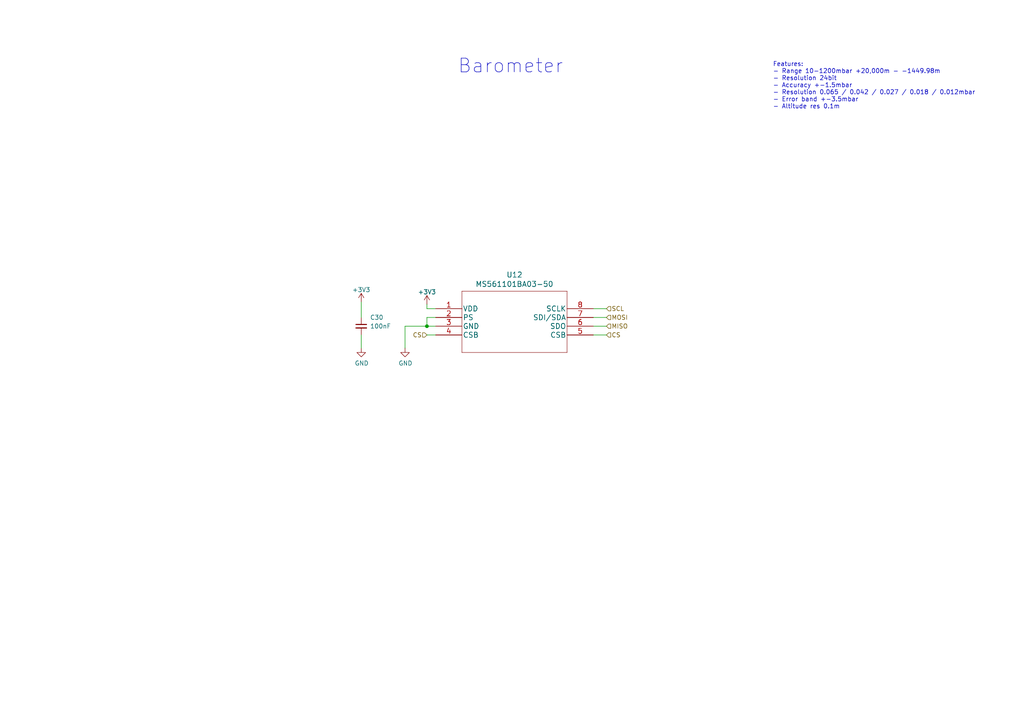
<source format=kicad_sch>
(kicad_sch (version 20211123) (generator eeschema)
  (paper "A4")
  (lib_symbols
    (symbol "Device:C_Small" (pin_numbers hide) (pin_names (offset 0.254) hide)
      (property "Reference" "C" (at 0.254 1.778 0))
      (property "Value" "C_Small" (at 0.254 -2.032 0))
      (symbol "C_Small_0_1"
        (polyline (pts (xy -1.524 -0.508) (xy 1.524 -0.508)) (stroke (width 0.3302)))
        (polyline (pts (xy -1.524 0.508) (xy 1.524 0.508)) (stroke (width 0.3048)))
      )
      (symbol "C_Small_1_1"
        (pin passive line (at 0 2.54 270) (length 2.032) (name "~") (number "1"))
        (pin passive line (at 0 -2.54 90) (length 2.032) (name "~") (number "2"))
      )
    )
    (symbol "MS561101BA03-50:MS561101BA03-50" (pin_names (offset 0.254))
      (property "Reference" "U" (at 0 15.24 0))
      (property "Value" "MS561101BA03-50" (at 0 12.7 0))
      (symbol "MS561101BA03-50_1_1"
        (polyline (pts (xy -15.24 -7.62) (xy 15.24 -7.62)) (stroke (width 0.127)))
        (polyline (pts (xy -15.24 10.16) (xy -15.24 -7.62)) (stroke (width 0.127)))
        (polyline (pts (xy 15.24 -7.62) (xy 15.24 10.16)) (stroke (width 0.127)))
        (polyline (pts (xy 15.24 10.16) (xy -15.24 10.16)) (stroke (width 0.127)))
        (pin power_in line (at -22.86 5.08 0) (length 7.62) (name "VDD") (number "1"))
        (pin input line (at -22.86 2.54 0) (length 7.62) (name "PS") (number "2"))
        (pin power_in line (at -22.86 0 0) (length 7.62) (name "GND") (number "3"))
        (pin input line (at -22.86 -2.54 0) (length 7.62) (name "CSB") (number "4"))
        (pin input line (at 22.86 -2.54 180) (length 7.62) (name "CSB") (number "5"))
        (pin output line (at 22.86 0 180) (length 7.62) (name "SDO") (number "6"))
        (pin bidirectional line (at 22.86 2.54 180) (length 7.62) (name "SDI/SDA") (number "7"))
        (pin input line (at 22.86 5.08 180) (length 7.62) (name "SCLK") (number "8"))
      )
    )
    (symbol "power:+3.3V" (power) (pin_names (offset 0))
      (property "Value" "+3.3V" (at 0 3.556 0))
      (symbol "+3.3V_0_1"
        (polyline (pts (xy -0.762 1.27) (xy 0 2.54)))
        (polyline (pts (xy 0 0) (xy 0 2.54)))
        (polyline (pts (xy 0 2.54) (xy 0.762 1.27)))
      )
      (symbol "+3.3V_1_1"
        (pin power_in line (at 0 0 90) (length 0) hide (name "+3V3") (number "1"))
      )
    )
    (symbol "power:GND" (power) (pin_names (offset 0))
      (property "Value" "GND" (at 0 -3.81 0))
      (symbol "GND_0_1"
        (polyline (pts (xy 0 0) (xy 0 -1.27) (xy 1.27 -1.27) (xy 0 -2.54) (xy -1.27 -1.27) (xy 0 -1.27)))
      )
      (symbol "GND_1_1"
        (pin power_in line (at 0 0 270) (length 0) hide (name "GND") (number "1"))
      )
    )
  )
  (junction (at 123.825 94.615))
  (wire (pts (xy 172.085 97.155) (xy 175.895 97.155)))
  (wire (pts (xy 123.825 88.265) (xy 123.825 89.535)))
  (wire (pts (xy 123.825 89.535) (xy 126.365 89.535)))
  (wire (pts (xy 117.475 94.615) (xy 117.475 100.965)))
  (wire (pts (xy 104.775 97.155) (xy 104.775 100.965)))
  (wire (pts (xy 126.365 92.075) (xy 123.825 92.075)))
  (wire (pts (xy 126.365 97.155) (xy 123.825 97.155)))
  (wire (pts (xy 172.085 92.075) (xy 175.895 92.075)))
  (wire (pts (xy 172.085 94.615) (xy 175.895 94.615)))
  (wire (pts (xy 104.775 87.63) (xy 104.775 92.075)))
  (wire (pts (xy 123.825 94.615) (xy 126.365 94.615)))
  (wire (pts (xy 123.825 92.075) (xy 123.825 94.615)))
  (wire (pts (xy 172.085 89.535) (xy 175.895 89.535)))
  (wire (pts (xy 123.825 94.615) (xy 117.475 94.615)))
  (text "Barometer" (at 132.715 21.59 0) (effects (font (size 3.9878 3.9878)) (justify left bottom)))
  (text "Features:\n- Range 10-1200mbar +20,000m - -1449.98m\n- Resolution 24bit \n- Accuracy +-1.5mbar\n- Resolution 0.065 / 0.042 / 0.027 / 0.018 / 0.012mbar\n- Error band +-3.5mbar\n- Altitude res 0.1m\n" (at 224.155 31.75 0) (effects (font (size 1.27 1.27)) (justify left bottom)))
  (hierarchical_label "SCL" (shape input) (at 175.895 89.535 0))
  (hierarchical_label "MOSI" (shape input) (at 175.895 92.075 0))
  (hierarchical_label "CS" (shape input) (at 175.895 97.155 0))
  (hierarchical_label "CS" (shape input) (at 123.825 97.155 180))
  (hierarchical_label "MISO" (shape input) (at 175.895 94.615 0))
  (symbol (lib_id "Device:C_Small") (at 104.775 94.615 0) (unit 1)
    (property "Reference" "C30" (at 107.315 92.075 0) (effects (justify left)))
    (property "Value" "100nF" (at 107.315 94.615 0) (effects (justify left)))
    (property "Footprint" "Capacitor_SMD:C_0603_1608Metric" (effects hide))
  )
  (symbol (lib_id "power:GND") (at 104.775 100.965 0) (unit 1)
    (property "Reference" "#PWR0179" (effects hide))
    (property "Value" "GND" (at 104.902 105.3592 0))
  )
  (symbol (lib_id "power:+3.3V") (at 104.775 87.63 0) (unit 1)
    (property "Reference" "#PWR0178" (effects hide))
    (property "Value" "+3.3V" (at 104.775 84.0542 0))
  )
  (symbol (lib_id "power:GND") (at 117.475 100.965 0) (unit 1)
    (property "Reference" "#PWR0180" (effects hide))
    (property "Value" "GND" (at 117.602 105.3592 0))
  )
  (symbol (lib_id "MS561101BA03-50:MS561101BA03-50") (at 149.225 94.615 0) (unit 1)
    (property "Reference" "U12" (at 149.225 79.7052 0) (effects (font (size 1.524 1.524))))
    (property "Value" "MS561101BA03-50" (at 149.225 82.3976 0) (effects (font (size 1.524 1.524))))
    (property "Footprint" "SON8_MS5611_TEC" (effects hide))
    (property "Datasheet" "https://www.te.com/commerce/DocumentDelivery/DDEController?Action=srchrtrv&DocNm=MS5611-01BA03&DocType=Data+Sheet&DocLang=English" (effects hide))
  )
  (symbol (lib_id "power:+3.3V") (at 123.825 88.265 0) (unit 1)
    (property "Reference" "#PWR0181" (effects hide))
    (property "Value" "+3.3V" (at 123.825 84.6892 0))
  )
)
</source>
